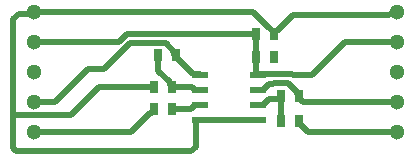
<source format=gbr>
G04*
G04 #@! TF.GenerationSoftware,Altium Limited,Altium Designer,25.0.2 (28)*
G04*
G04 Layer_Physical_Order=1*
G04 Layer_Color=255*
%FSLAX25Y25*%
%MOIN*%
G70*
G04*
G04 #@! TF.SameCoordinates,3DC6336E-5C34-4527-9770-C00B4075D205*
G04*
G04*
G04 #@! TF.FilePolarity,Positive*
G04*
G01*
G75*
%ADD13R,0.03150X0.04331*%
%ADD14R,0.05512X0.02362*%
%ADD18C,0.02000*%
%ADD19C,0.05118*%
D13*
X54500Y27000D02*
D03*
X60405D02*
D03*
X102811Y24000D02*
D03*
X96905D02*
D03*
Y15500D02*
D03*
X102811D02*
D03*
X61905Y37500D02*
D03*
X56000D02*
D03*
X94406Y37000D02*
D03*
X88500D02*
D03*
X60405Y19500D02*
D03*
X54500D02*
D03*
X94406Y44500D02*
D03*
X88500D02*
D03*
D14*
X89354Y31000D02*
D03*
Y26000D02*
D03*
Y21000D02*
D03*
Y16000D02*
D03*
X69906Y31000D02*
D03*
Y26000D02*
D03*
Y21000D02*
D03*
Y16000D02*
D03*
D18*
X134903Y51403D02*
X135500Y52000D01*
X132769Y51000D02*
X133173Y51403D01*
X95571Y45665D02*
X100906Y51000D01*
X133173Y51403D02*
X134903D01*
X100906Y51000D02*
X132769D01*
X96905Y15500D02*
Y23410D01*
X96331Y22835D02*
X96905Y23410D01*
X92764Y22835D02*
X96331D01*
X96905Y23410D02*
Y24000D01*
X90929Y21000D02*
X92764Y22835D01*
X89354Y21000D02*
X90929D01*
X102811Y14909D02*
Y15500D01*
X105720Y12000D02*
X135500D01*
X102811Y14909D02*
X105720Y12000D01*
X102236Y24575D02*
X102811Y24000D01*
X99309Y28165D02*
X102236Y25238D01*
Y24575D02*
Y25238D01*
X94502Y28165D02*
X99309D01*
X94156Y27819D02*
X94502Y28165D01*
X92748Y27819D02*
X94156D01*
X89354Y26000D02*
X90929D01*
X92748Y27819D01*
X89354Y31000D02*
X89520Y31165D01*
X100551D02*
X100717Y31000D01*
X107293D01*
X89520Y31165D02*
X100551D01*
X102811Y23410D02*
Y24000D01*
X104220Y22000D02*
X135500D01*
X102811Y23410D02*
X104220Y22000D01*
X88681Y31000D02*
X89354D01*
X88500Y31181D02*
X88681Y31000D01*
X107293D02*
X118293Y42000D01*
X135500D01*
X42798D02*
X45463Y44665D01*
X88335D02*
X88500Y44500D01*
X14500Y42000D02*
X42798D01*
X45463Y44665D02*
X88335D01*
X32500Y33000D02*
X38041D01*
X46706Y41665D01*
X21500Y22000D02*
X32500Y33000D01*
X14500Y22000D02*
X21500D01*
X7500Y17500D02*
Y49500D01*
Y6672D02*
Y17500D01*
X7559Y17441D01*
X26724D01*
X36283Y27000D01*
X54500D01*
X61331Y37484D02*
X67634Y31181D01*
X61331Y37484D02*
Y38738D01*
X58403Y41665D02*
X61331Y38738D01*
X46706Y41665D02*
X58403D01*
X53925Y18335D02*
X54500Y18910D01*
X53335Y18335D02*
X53925D01*
X14500Y12000D02*
X47000D01*
X54500Y18910D02*
Y19500D01*
X47000Y12000D02*
X53335Y18335D01*
X60405Y19500D02*
X66831D01*
X68331Y21000D01*
X69906D01*
X67331Y27000D02*
X68331Y26000D01*
X69906D01*
X60405Y27000D02*
X67331D01*
X56000Y32335D02*
X59831Y28504D01*
Y27575D02*
Y28504D01*
Y27575D02*
X60405Y27000D01*
X56000Y32335D02*
Y37500D01*
X67634Y31181D02*
X69724D01*
X69906Y31000D01*
Y16000D02*
X89354D01*
X92317Y47179D02*
X94406Y45091D01*
X87569Y52000D02*
X92317Y47251D01*
X94406Y44500D02*
Y45091D01*
X92317Y47179D02*
Y47251D01*
X14500Y52000D02*
X87569D01*
X94980Y45665D02*
X95571D01*
X94406Y45091D02*
X94980Y45665D01*
X7500Y6672D02*
X8672Y5500D01*
X7500Y49500D02*
X9403Y51403D01*
X68500Y7000D02*
Y15819D01*
X68681Y16000D02*
X69906D01*
X68500Y15819D02*
X68681Y16000D01*
X8672Y5500D02*
X67000D01*
X68500Y7000D01*
X13903Y51403D02*
X14500Y52000D01*
X9403Y51403D02*
X13903D01*
X88500Y31181D02*
Y37000D01*
Y44500D01*
D19*
X14500Y12000D02*
D03*
Y22000D02*
D03*
Y32000D02*
D03*
Y42000D02*
D03*
Y52000D02*
D03*
X135500Y12000D02*
D03*
Y22000D02*
D03*
Y32000D02*
D03*
Y42000D02*
D03*
Y52000D02*
D03*
M02*

</source>
